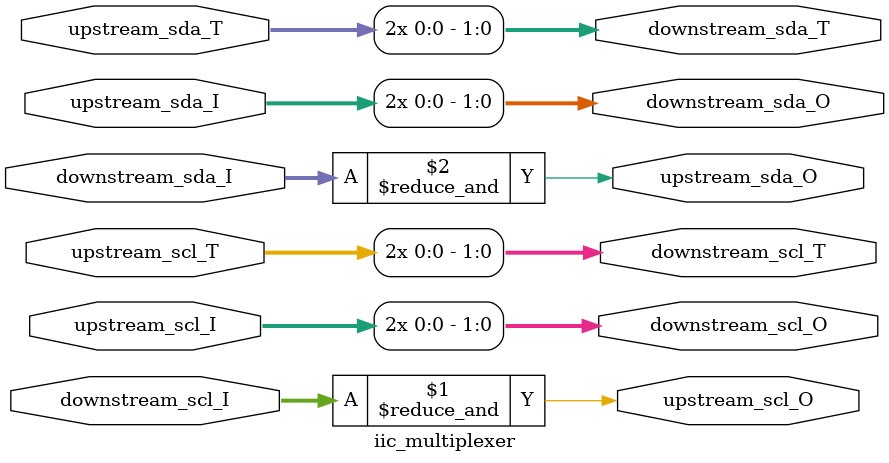
<source format=v>
`timescale 1ns / 1ps

module iic_multiplexer #
    (
        parameter integer MUX_WIDTH = 2
    ) 
    (  
        input  wire upstream_scl_T,
        input  wire upstream_scl_I,
        output wire upstream_scl_O,
        input  wire upstream_sda_T,
        input  wire upstream_sda_I,
        output wire upstream_sda_O,
        
        output wire [MUX_WIDTH - 1:0] downstream_scl_T,
        input  wire [MUX_WIDTH - 1:0] downstream_scl_I,
        output wire [MUX_WIDTH - 1:0] downstream_scl_O,
        output wire [MUX_WIDTH - 1:0] downstream_sda_T,
        input  wire [MUX_WIDTH - 1:0] downstream_sda_I,
        output wire [MUX_WIDTH - 1:0] downstream_sda_O
    );
    
    assign upstream_scl_O = &downstream_scl_I;
    assign upstream_sda_O = &downstream_sda_I;
    
    genvar k;
    generate
        for (k = 0; k <= MUX_WIDTH - 1; k = k + 1) begin: GEN
            assign downstream_scl_O[k] = upstream_scl_I;
            assign downstream_sda_O[k] = upstream_sda_I;
            assign downstream_scl_T[k] = upstream_scl_T;
            assign downstream_sda_T[k] = upstream_sda_T;        
        end
    endgenerate
        
endmodule

</source>
